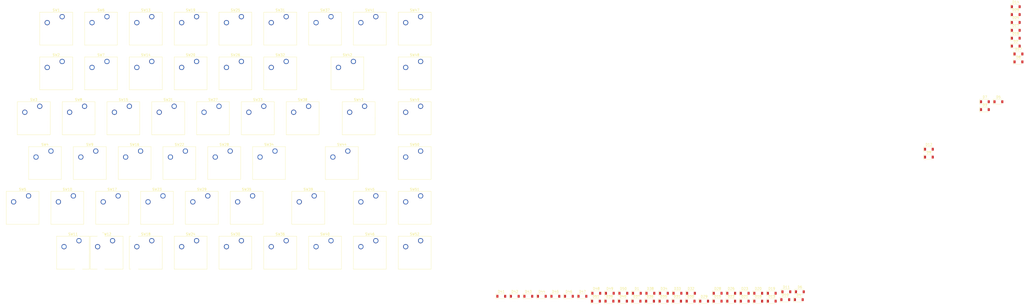
<source format=kicad_pcb>
(kicad_pcb (version 20171130) (host pcbnew 5.1.7-1.fc32)
  (layers (0 F.Cu signal) (31 B.Cu signal) (34 B.Paste user) (35 F.Paste user) (36 B.SilkS user) (37 F.SilkS user) (38 B.Mask user) (39 F.Mask user) (44 Edge.Cuts user))
  (net 0 "")
  (net 1 "Net-(D1-Pad2)")
  (net 2 "Net-(D1-Pad1)")
  (net 3 "Net-(D2-Pad2)")
  (net 4 "Net-(D13-Pad1)")
  (net 5 "Net-(D3-Pad2)")
  (net 6 "Net-(D14-Pad1)")
  (net 7 "Net-(D4-Pad2)")
  (net 8 "Net-(D10-Pad1)")
  (net 9 "Net-(D5-Pad2)")
  (net 10 "Net-(D11-Pad1)")
  (net 11 "Net-(D6-Pad2)")
  (net 12 "Net-(D17-Pad1)")
  (net 13 "Net-(D7-Pad2)")
  (net 14 "Net-(D8-Pad2)")
  (net 15 "Net-(D9-Pad2)")
  (net 16 "Net-(D10-Pad2)")
  (net 17 "Net-(D11-Pad2)")
  (net 18 "Net-(D12-Pad2)")
  (net 19 "Net-(D13-Pad2)")
  (net 20 "Net-(D14-Pad2)")
  (net 21 "Net-(D15-Pad2)")
  (net 22 "Net-(D16-Pad2)")
  (net 23 "Net-(D17-Pad2)")
  (net 24 "Net-(D18-Pad2)")
  (net 25 "Net-(D19-Pad2)")
  (net 26 "Net-(D20-Pad2)")
  (net 27 "Net-(D21-Pad2)")
  (net 28 "Net-(D22-Pad2)")
  (net 29 "Net-(D23-Pad2)")
  (net 30 "Net-(D24-Pad2)")
  (net 31 "Net-(D25-Pad2)")
  (net 32 "Net-(D26-Pad2)")
  (net 33 "Net-(D27-Pad2)")
  (net 34 "Net-(D28-Pad2)")
  (net 35 "Net-(D29-Pad2)")
  (net 36 "Net-(D30-Pad2)")
  (net 37 "Net-(D31-Pad2)")
  (net 38 "Net-(D32-Pad2)")
  (net 39 "Net-(D33-Pad2)")
  (net 40 "Net-(D34-Pad2)")
  (net 41 "Net-(D35-Pad2)")
  (net 42 "Net-(D36-Pad2)")
  (net 43 "Net-(D37-Pad2)")
  (net 44 "Net-(D38-Pad2)")
  (net 45 "Net-(D39-Pad2)")
  (net 46 "Net-(D40-Pad2)")
  (net 47 "Net-(D41-Pad2)")
  (net 48 "Net-(D42-Pad2)")
  (net 49 "Net-(D43-Pad2)")
  (net 50 "Net-(D44-Pad2)")
  (net 51 "Net-(D45-Pad2)")
  (net 52 "Net-(D46-Pad2)")
  (net 53 "Net-(D47-Pad2)")
  (net 54 "Net-(D48-Pad2)")
  (net 55 "Net-(D49-Pad2)")
  (net 56 "Net-(D50-Pad2)")
  (net 57 "Net-(D51-Pad2)")
  (net 58 "Net-(SW1-Pad2)")
  (net 59 "Net-(SW10-Pad2)")
  (net 60 "Net-(SW13-Pad2)")
  (net 61 "Net-(SW19-Pad2)")
  (net 62 "Net-(SW25-Pad2)")
  (net 63 "Net-(SW31-Pad2)")
  (net 64 "Net-(SW37-Pad2)")
  (net 65 "Net-(SW41-Pad2)")
  (net 66 "Net-(SW47-Pad2)")
  (module Button_Switch_Keyboard:SW_Cherry_MX_1.50u_PCB (layer F.Cu) (at 238.2525 61.495)
    (fp_text reference SW43 (at -2.54 -2.794) (layer F.SilkS))
    (fp_text value SW_Push)
    (pad "" np_thru_hole circle (at 2.54 5.08) (size 1.7 1.7) (drill 1.7) (layers *.Cu *.Mask))
    (pad "" np_thru_hole circle (at -7.62 5.08) (size 1.7 1.7) (drill 1.7) (layers *.Cu *.Mask))
    (pad "" np_thru_hole circle (at -2.54 5.08) (size 4 4) (drill 4) (layers *.Cu *.Mask))
    (pad 2 thru_hole circle (at -6.35 2.54) (size 2.2 2.2) (drill 1.5) (layers *.Cu *.Mask) (net 65 "Net-(SW41-Pad2)"))
    (pad 1 thru_hole circle (at 0 0) (size 2.2 2.2) (drill 1.5) (layers *.Cu *.Mask) (net 48 "Net-(D42-Pad2)"))
  )
  (module Button_Switch_Keyboard:SW_Cherry_MX_1.00u_PCB (layer F.Cu) (at 262.065 118.645)
    (fp_text reference SW52 (at -2.54 -2.794) (layer F.SilkS))
    (fp_text value SW_Push)
    (pad "" np_thru_hole circle (at 2.54 5.08) (size 1.7 1.7) (drill 1.7) (layers *.Cu *.Mask))
    (pad "" np_thru_hole circle (at -7.62 5.08) (size 1.7 1.7) (drill 1.7) (layers *.Cu *.Mask))
    (pad "" np_thru_hole circle (at -2.54 5.08) (size 4 4) (drill 4) (layers *.Cu *.Mask))
    (pad 2 thru_hole circle (at -6.35 2.54) (size 2.2 2.2) (drill 1.5) (layers *.Cu *.Mask) (net 66 "Net-(SW47-Pad2)"))
    (pad 1 thru_hole circle (at 0 0) (size 2.2 2.2) (drill 1.5) (layers *.Cu *.Mask) (net 57 "Net-(D51-Pad2)"))
  )
  (module Button_Switch_Keyboard:SW_Cherry_MX_1.00u_PCB (layer F.Cu) (at 262.065 99.595)
    (fp_text reference SW51 (at -2.54 -2.794) (layer F.SilkS))
    (fp_text value SW_Push)
    (pad "" np_thru_hole circle (at 2.54 5.08) (size 1.7 1.7) (drill 1.7) (layers *.Cu *.Mask))
    (pad "" np_thru_hole circle (at -7.62 5.08) (size 1.7 1.7) (drill 1.7) (layers *.Cu *.Mask))
    (pad "" np_thru_hole circle (at -2.54 5.08) (size 4 4) (drill 4) (layers *.Cu *.Mask))
    (pad 2 thru_hole circle (at -6.35 2.54) (size 2.2 2.2) (drill 1.5) (layers *.Cu *.Mask) (net 66 "Net-(SW47-Pad2)"))
    (pad 1 thru_hole circle (at 0 0) (size 2.2 2.2) (drill 1.5) (layers *.Cu *.Mask) (net 56 "Net-(D50-Pad2)"))
  )
  (module Button_Switch_Keyboard:SW_Cherry_MX_1.00u_PCB (layer F.Cu) (at 262.065 80.545)
    (fp_text reference SW50 (at -2.54 -2.794) (layer F.SilkS))
    (fp_text value SW_Push)
    (pad "" np_thru_hole circle (at 2.54 5.08) (size 1.7 1.7) (drill 1.7) (layers *.Cu *.Mask))
    (pad "" np_thru_hole circle (at -7.62 5.08) (size 1.7 1.7) (drill 1.7) (layers *.Cu *.Mask))
    (pad "" np_thru_hole circle (at -2.54 5.08) (size 4 4) (drill 4) (layers *.Cu *.Mask))
    (pad 2 thru_hole circle (at -6.35 2.54) (size 2.2 2.2) (drill 1.5) (layers *.Cu *.Mask) (net 66 "Net-(SW47-Pad2)"))
    (pad 1 thru_hole circle (at 0 0) (size 2.2 2.2) (drill 1.5) (layers *.Cu *.Mask) (net 55 "Net-(D49-Pad2)"))
  )
  (module Button_Switch_Keyboard:SW_Cherry_MX_1.00u_PCB (layer F.Cu) (at 262.065 61.495)
    (fp_text reference SW49 (at -2.54 -2.794) (layer F.SilkS))
    (fp_text value SW_Push)
    (pad "" np_thru_hole circle (at 2.54 5.08) (size 1.7 1.7) (drill 1.7) (layers *.Cu *.Mask))
    (pad "" np_thru_hole circle (at -7.62 5.08) (size 1.7 1.7) (drill 1.7) (layers *.Cu *.Mask))
    (pad "" np_thru_hole circle (at -2.54 5.08) (size 4 4) (drill 4) (layers *.Cu *.Mask))
    (pad 2 thru_hole circle (at -6.35 2.54) (size 2.2 2.2) (drill 1.5) (layers *.Cu *.Mask) (net 66 "Net-(SW47-Pad2)"))
    (pad 1 thru_hole circle (at 0 0) (size 2.2 2.2) (drill 1.5) (layers *.Cu *.Mask) (net 54 "Net-(D48-Pad2)"))
  )
  (module Button_Switch_Keyboard:SW_Cherry_MX_1.00u_PCB (layer F.Cu) (at 262.065 42.445)
    (fp_text reference SW48 (at -2.54 -2.794) (layer F.SilkS))
    (fp_text value SW_Push)
    (pad "" np_thru_hole circle (at 2.54 5.08) (size 1.7 1.7) (drill 1.7) (layers *.Cu *.Mask))
    (pad "" np_thru_hole circle (at -7.62 5.08) (size 1.7 1.7) (drill 1.7) (layers *.Cu *.Mask))
    (pad "" np_thru_hole circle (at -2.54 5.08) (size 4 4) (drill 4) (layers *.Cu *.Mask))
    (pad 2 thru_hole circle (at -6.35 2.54) (size 2.2 2.2) (drill 1.5) (layers *.Cu *.Mask) (net 66 "Net-(SW47-Pad2)"))
    (pad 1 thru_hole circle (at 0 0) (size 2.2 2.2) (drill 1.5) (layers *.Cu *.Mask) (net 53 "Net-(D47-Pad2)"))
  )
  (module Button_Switch_Keyboard:SW_Cherry_MX_1.00u_PCB (layer F.Cu) (at 262.065 23.395)
    (fp_text reference SW47 (at -2.54 -2.794) (layer F.SilkS))
    (fp_text value SW_Push)
    (pad "" np_thru_hole circle (at 2.54 5.08) (size 1.7 1.7) (drill 1.7) (layers *.Cu *.Mask))
    (pad "" np_thru_hole circle (at -7.62 5.08) (size 1.7 1.7) (drill 1.7) (layers *.Cu *.Mask))
    (pad "" np_thru_hole circle (at -2.54 5.08) (size 4 4) (drill 4) (layers *.Cu *.Mask))
    (pad 2 thru_hole circle (at -6.35 2.54) (size 2.2 2.2) (drill 1.5) (layers *.Cu *.Mask) (net 66 "Net-(SW47-Pad2)"))
    (pad 1 thru_hole circle (at 0 0) (size 2.2 2.2) (drill 1.5) (layers *.Cu *.Mask) (net 52 "Net-(D46-Pad2)"))
  )
  (module Button_Switch_Keyboard:SW_Cherry_MX_1.00u_PCB (layer F.Cu) (at 243.015 118.645)
    (fp_text reference SW46 (at -2.54 -2.794) (layer F.SilkS))
    (fp_text value SW_Push)
    (pad "" np_thru_hole circle (at 2.54 5.08) (size 1.7 1.7) (drill 1.7) (layers *.Cu *.Mask))
    (pad "" np_thru_hole circle (at -7.62 5.08) (size 1.7 1.7) (drill 1.7) (layers *.Cu *.Mask))
    (pad "" np_thru_hole circle (at -2.54 5.08) (size 4 4) (drill 4) (layers *.Cu *.Mask))
    (pad 2 thru_hole circle (at -6.35 2.54) (size 2.2 2.2) (drill 1.5) (layers *.Cu *.Mask) (net 65 "Net-(SW41-Pad2)"))
    (pad 1 thru_hole circle (at 0 0) (size 2.2 2.2) (drill 1.5) (layers *.Cu *.Mask) (net 51 "Net-(D45-Pad2)"))
  )
  (module Button_Switch_Keyboard:SW_Cherry_MX_1.00u_PCB (layer F.Cu) (at 243.015 99.595)
    (fp_text reference SW45 (at -2.54 -2.794) (layer F.SilkS))
    (fp_text value SW_Push)
    (pad "" np_thru_hole circle (at 2.54 5.08) (size 1.7 1.7) (drill 1.7) (layers *.Cu *.Mask))
    (pad "" np_thru_hole circle (at -7.62 5.08) (size 1.7 1.7) (drill 1.7) (layers *.Cu *.Mask))
    (pad "" np_thru_hole circle (at -2.54 5.08) (size 4 4) (drill 4) (layers *.Cu *.Mask))
    (pad 2 thru_hole circle (at -6.35 2.54) (size 2.2 2.2) (drill 1.5) (layers *.Cu *.Mask) (net 65 "Net-(SW41-Pad2)"))
    (pad 1 thru_hole circle (at 0 0) (size 2.2 2.2) (drill 1.5) (layers *.Cu *.Mask) (net 50 "Net-(D44-Pad2)"))
  )
  (module Button_Switch_Keyboard:SW_Cherry_MX_2.25u_PCB (layer F.Cu) (at 231.10875 80.545)
    (fp_text reference SW44 (at -2.54 -2.794) (layer F.SilkS))
    (fp_text value SW_Push)
    (pad "" np_thru_hole circle (at 9.36 -1.92) (size 3.05 3.05) (drill 3.05) (layers *.Cu *.Mask))
    (pad "" np_thru_hole circle (at -14.44 -1.92) (size 3.05 3.05) (drill 3.05) (layers *.Cu *.Mask))
    (pad "" np_thru_hole circle (at -14.44 13.32) (size 4 4) (drill 4) (layers *.Cu *.Mask))
    (pad "" np_thru_hole circle (at 9.36 13.32) (size 4 4) (drill 4) (layers *.Cu *.Mask))
    (pad "" np_thru_hole circle (at 2.54 5.08) (size 1.7 1.7) (drill 1.7) (layers *.Cu *.Mask))
    (pad "" np_thru_hole circle (at -7.62 5.08) (size 1.7 1.7) (drill 1.7) (layers *.Cu *.Mask))
    (pad "" np_thru_hole circle (at -2.54 5.08) (size 4 4) (drill 4) (layers *.Cu *.Mask))
    (pad 2 thru_hole circle (at -6.35 2.54) (size 2.2 2.2) (drill 1.5) (layers *.Cu *.Mask) (net 65 "Net-(SW41-Pad2)"))
    (pad 1 thru_hole circle (at 0 0) (size 2.2 2.2) (drill 1.5) (layers *.Cu *.Mask) (net 49 "Net-(D43-Pad2)"))
  )
  (module Button_Switch_Keyboard:SW_Cherry_MX_2.00u_PCB (layer F.Cu) (at 233.49 42.445)
    (fp_text reference SW42 (at -2.54 -2.794) (layer F.SilkS))
    (fp_text value SW_Push)
    (pad "" np_thru_hole circle (at 9.36 -1.92) (size 3.05 3.05) (drill 3.05) (layers *.Cu *.Mask))
    (pad "" np_thru_hole circle (at -14.44 -1.92) (size 3.05 3.05) (drill 3.05) (layers *.Cu *.Mask))
    (pad "" np_thru_hole circle (at -14.44 13.32) (size 4 4) (drill 4) (layers *.Cu *.Mask))
    (pad "" np_thru_hole circle (at 9.36 13.32) (size 4 4) (drill 4) (layers *.Cu *.Mask))
    (pad "" np_thru_hole circle (at 2.54 5.08) (size 1.7 1.7) (drill 1.7) (layers *.Cu *.Mask))
    (pad "" np_thru_hole circle (at -7.62 5.08) (size 1.7 1.7) (drill 1.7) (layers *.Cu *.Mask))
    (pad "" np_thru_hole circle (at -2.54 5.08) (size 4 4) (drill 4) (layers *.Cu *.Mask))
    (pad 2 thru_hole circle (at -6.35 2.54) (size 2.2 2.2) (drill 1.5) (layers *.Cu *.Mask) (net 65 "Net-(SW41-Pad2)"))
    (pad 1 thru_hole circle (at 0 0) (size 2.2 2.2) (drill 1.5) (layers *.Cu *.Mask) (net 47 "Net-(D41-Pad2)"))
  )
  (module Button_Switch_Keyboard:SW_Cherry_MX_1.00u_PCB (layer F.Cu) (at 243.015 23.395)
    (fp_text reference SW41 (at -2.54 -2.794) (layer F.SilkS))
    (fp_text value SW_Push)
    (pad "" np_thru_hole circle (at 2.54 5.08) (size 1.7 1.7) (drill 1.7) (layers *.Cu *.Mask))
    (pad "" np_thru_hole circle (at -7.62 5.08) (size 1.7 1.7) (drill 1.7) (layers *.Cu *.Mask))
    (pad "" np_thru_hole circle (at -2.54 5.08) (size 4 4) (drill 4) (layers *.Cu *.Mask))
    (pad 2 thru_hole circle (at -6.35 2.54) (size 2.2 2.2) (drill 1.5) (layers *.Cu *.Mask) (net 65 "Net-(SW41-Pad2)"))
    (pad 1 thru_hole circle (at 0 0) (size 2.2 2.2) (drill 1.5) (layers *.Cu *.Mask) (net 46 "Net-(D40-Pad2)"))
  )
  (module Button_Switch_Keyboard:SW_Cherry_MX_1.00u_PCB (layer F.Cu) (at 223.965 118.645)
    (fp_text reference SW40 (at -2.54 -2.794) (layer F.SilkS))
    (fp_text value SW_Push)
    (pad "" np_thru_hole circle (at 2.54 5.08) (size 1.7 1.7) (drill 1.7) (layers *.Cu *.Mask))
    (pad "" np_thru_hole circle (at -7.62 5.08) (size 1.7 1.7) (drill 1.7) (layers *.Cu *.Mask))
    (pad "" np_thru_hole circle (at -2.54 5.08) (size 4 4) (drill 4) (layers *.Cu *.Mask))
    (pad 2 thru_hole circle (at -6.35 2.54) (size 2.2 2.2) (drill 1.5) (layers *.Cu *.Mask) (net 64 "Net-(SW37-Pad2)"))
    (pad 1 thru_hole circle (at 0 0) (size 2.2 2.2) (drill 1.5) (layers *.Cu *.Mask) (net 45 "Net-(D39-Pad2)"))
  )
  (module Button_Switch_Keyboard:SW_Cherry_MX_1.75u_PCB (layer F.Cu) (at 216.82125 99.595)
    (fp_text reference SW39 (at -2.54 -2.794) (layer F.SilkS))
    (fp_text value SW_Push)
    (pad "" np_thru_hole circle (at 2.54 5.08) (size 1.7 1.7) (drill 1.7) (layers *.Cu *.Mask))
    (pad "" np_thru_hole circle (at -7.62 5.08) (size 1.7 1.7) (drill 1.7) (layers *.Cu *.Mask))
    (pad "" np_thru_hole circle (at -2.54 5.08) (size 4 4) (drill 4) (layers *.Cu *.Mask))
    (pad 2 thru_hole circle (at -6.35 2.54) (size 2.2 2.2) (drill 1.5) (layers *.Cu *.Mask) (net 64 "Net-(SW37-Pad2)"))
    (pad 1 thru_hole circle (at 0 0) (size 2.2 2.2) (drill 1.5) (layers *.Cu *.Mask) (net 44 "Net-(D38-Pad2)"))
  )
  (module Button_Switch_Keyboard:SW_Cherry_MX_1.00u_PCB (layer F.Cu) (at 214.44 61.495)
    (fp_text reference SW38 (at -2.54 -2.794) (layer F.SilkS))
    (fp_text value SW_Push)
    (pad "" np_thru_hole circle (at 2.54 5.08) (size 1.7 1.7) (drill 1.7) (layers *.Cu *.Mask))
    (pad "" np_thru_hole circle (at -7.62 5.08) (size 1.7 1.7) (drill 1.7) (layers *.Cu *.Mask))
    (pad "" np_thru_hole circle (at -2.54 5.08) (size 4 4) (drill 4) (layers *.Cu *.Mask))
    (pad 2 thru_hole circle (at -6.35 2.54) (size 2.2 2.2) (drill 1.5) (layers *.Cu *.Mask) (net 64 "Net-(SW37-Pad2)"))
    (pad 1 thru_hole circle (at 0 0) (size 2.2 2.2) (drill 1.5) (layers *.Cu *.Mask) (net 43 "Net-(D37-Pad2)"))
  )
  (module Button_Switch_Keyboard:SW_Cherry_MX_1.00u_PCB (layer F.Cu) (at 223.965 23.395)
    (fp_text reference SW37 (at -2.54 -2.794) (layer F.SilkS))
    (fp_text value SW_Push)
    (pad "" np_thru_hole circle (at 2.54 5.08) (size 1.7 1.7) (drill 1.7) (layers *.Cu *.Mask))
    (pad "" np_thru_hole circle (at -7.62 5.08) (size 1.7 1.7) (drill 1.7) (layers *.Cu *.Mask))
    (pad "" np_thru_hole circle (at -2.54 5.08) (size 4 4) (drill 4) (layers *.Cu *.Mask))
    (pad 2 thru_hole circle (at -6.35 2.54) (size 2.2 2.2) (drill 1.5) (layers *.Cu *.Mask) (net 64 "Net-(SW37-Pad2)"))
    (pad 1 thru_hole circle (at 0 0) (size 2.2 2.2) (drill 1.5) (layers *.Cu *.Mask) (net 42 "Net-(D36-Pad2)"))
  )
  (module Button_Switch_Keyboard:SW_Cherry_MX_1.00u_PCB (layer F.Cu) (at 204.915 118.645)
    (fp_text reference SW36 (at -2.54 -2.794) (layer F.SilkS))
    (fp_text value SW_Push)
    (pad "" np_thru_hole circle (at 2.54 5.08) (size 1.7 1.7) (drill 1.7) (layers *.Cu *.Mask))
    (pad "" np_thru_hole circle (at -7.62 5.08) (size 1.7 1.7) (drill 1.7) (layers *.Cu *.Mask))
    (pad "" np_thru_hole circle (at -2.54 5.08) (size 4 4) (drill 4) (layers *.Cu *.Mask))
    (pad 2 thru_hole circle (at -6.35 2.54) (size 2.2 2.2) (drill 1.5) (layers *.Cu *.Mask) (net 63 "Net-(SW31-Pad2)"))
    (pad 1 thru_hole circle (at 0 0) (size 2.2 2.2) (drill 1.5) (layers *.Cu *.Mask) (net 41 "Net-(D35-Pad2)"))
  )
  (module Button_Switch_Keyboard:SW_Cherry_MX_1.00u_PCB (layer F.Cu) (at 190.6275 99.595)
    (fp_text reference SW35 (at -2.54 -2.794) (layer F.SilkS))
    (fp_text value SW_Push)
    (pad "" np_thru_hole circle (at 2.54 5.08) (size 1.7 1.7) (drill 1.7) (layers *.Cu *.Mask))
    (pad "" np_thru_hole circle (at -7.62 5.08) (size 1.7 1.7) (drill 1.7) (layers *.Cu *.Mask))
    (pad "" np_thru_hole circle (at -2.54 5.08) (size 4 4) (drill 4) (layers *.Cu *.Mask))
    (pad 2 thru_hole circle (at -6.35 2.54) (size 2.2 2.2) (drill 1.5) (layers *.Cu *.Mask) (net 63 "Net-(SW31-Pad2)"))
    (pad 1 thru_hole circle (at 0 0) (size 2.2 2.2) (drill 1.5) (layers *.Cu *.Mask) (net 40 "Net-(D34-Pad2)"))
  )
  (module Button_Switch_Keyboard:SW_Cherry_MX_1.00u_PCB (layer F.Cu) (at 200.1525 80.545)
    (fp_text reference SW34 (at -2.54 -2.794) (layer F.SilkS))
    (fp_text value SW_Push)
    (pad "" np_thru_hole circle (at 2.54 5.08) (size 1.7 1.7) (drill 1.7) (layers *.Cu *.Mask))
    (pad "" np_thru_hole circle (at -7.62 5.08) (size 1.7 1.7) (drill 1.7) (layers *.Cu *.Mask))
    (pad "" np_thru_hole circle (at -2.54 5.08) (size 4 4) (drill 4) (layers *.Cu *.Mask))
    (pad 2 thru_hole circle (at -6.35 2.54) (size 2.2 2.2) (drill 1.5) (layers *.Cu *.Mask) (net 63 "Net-(SW31-Pad2)"))
    (pad 1 thru_hole circle (at 0 0) (size 2.2 2.2) (drill 1.5) (layers *.Cu *.Mask) (net 39 "Net-(D33-Pad2)"))
  )
  (module Button_Switch_Keyboard:SW_Cherry_MX_1.00u_PCB (layer F.Cu) (at 195.39 61.495)
    (fp_text reference SW33 (at -2.54 -2.794) (layer F.SilkS))
    (fp_text value SW_Push)
    (pad "" np_thru_hole circle (at 2.54 5.08) (size 1.7 1.7) (drill 1.7) (layers *.Cu *.Mask))
    (pad "" np_thru_hole circle (at -7.62 5.08) (size 1.7 1.7) (drill 1.7) (layers *.Cu *.Mask))
    (pad "" np_thru_hole circle (at -2.54 5.08) (size 4 4) (drill 4) (layers *.Cu *.Mask))
    (pad 2 thru_hole circle (at -6.35 2.54) (size 2.2 2.2) (drill 1.5) (layers *.Cu *.Mask) (net 63 "Net-(SW31-Pad2)"))
    (pad 1 thru_hole circle (at 0 0) (size 2.2 2.2) (drill 1.5) (layers *.Cu *.Mask) (net 38 "Net-(D32-Pad2)"))
  )
  (module Button_Switch_Keyboard:SW_Cherry_MX_1.00u_PCB (layer F.Cu) (at 204.915 42.445)
    (fp_text reference SW32 (at -2.54 -2.794) (layer F.SilkS))
    (fp_text value SW_Push)
    (pad "" np_thru_hole circle (at 2.54 5.08) (size 1.7 1.7) (drill 1.7) (layers *.Cu *.Mask))
    (pad "" np_thru_hole circle (at -7.62 5.08) (size 1.7 1.7) (drill 1.7) (layers *.Cu *.Mask))
    (pad "" np_thru_hole circle (at -2.54 5.08) (size 4 4) (drill 4) (layers *.Cu *.Mask))
    (pad 2 thru_hole circle (at -6.35 2.54) (size 2.2 2.2) (drill 1.5) (layers *.Cu *.Mask) (net 63 "Net-(SW31-Pad2)"))
    (pad 1 thru_hole circle (at 0 0) (size 2.2 2.2) (drill 1.5) (layers *.Cu *.Mask) (net 37 "Net-(D31-Pad2)"))
  )
  (module Button_Switch_Keyboard:SW_Cherry_MX_1.00u_PCB (layer F.Cu) (at 204.915 23.395)
    (fp_text reference SW31 (at -2.54 -2.794) (layer F.SilkS))
    (fp_text value SW_Push)
    (pad "" np_thru_hole circle (at 2.54 5.08) (size 1.7 1.7) (drill 1.7) (layers *.Cu *.Mask))
    (pad "" np_thru_hole circle (at -7.62 5.08) (size 1.7 1.7) (drill 1.7) (layers *.Cu *.Mask))
    (pad "" np_thru_hole circle (at -2.54 5.08) (size 4 4) (drill 4) (layers *.Cu *.Mask))
    (pad 2 thru_hole circle (at -6.35 2.54) (size 2.2 2.2) (drill 1.5) (layers *.Cu *.Mask) (net 63 "Net-(SW31-Pad2)"))
    (pad 1 thru_hole circle (at 0 0) (size 2.2 2.2) (drill 1.5) (layers *.Cu *.Mask) (net 36 "Net-(D30-Pad2)"))
  )
  (module Button_Switch_Keyboard:SW_Cherry_MX_1.00u_PCB (layer F.Cu) (at 185.865 118.645)
    (fp_text reference SW30 (at -2.54 -2.794) (layer F.SilkS))
    (fp_text value SW_Push)
    (pad "" np_thru_hole circle (at 2.54 5.08) (size 1.7 1.7) (drill 1.7) (layers *.Cu *.Mask))
    (pad "" np_thru_hole circle (at -7.62 5.08) (size 1.7 1.7) (drill 1.7) (layers *.Cu *.Mask))
    (pad "" np_thru_hole circle (at -2.54 5.08) (size 4 4) (drill 4) (layers *.Cu *.Mask))
    (pad 2 thru_hole circle (at -6.35 2.54) (size 2.2 2.2) (drill 1.5) (layers *.Cu *.Mask) (net 62 "Net-(SW25-Pad2)"))
    (pad 1 thru_hole circle (at 0 0) (size 2.2 2.2) (drill 1.5) (layers *.Cu *.Mask) (net 35 "Net-(D29-Pad2)"))
  )
  (module Button_Switch_Keyboard:SW_Cherry_MX_1.00u_PCB (layer F.Cu) (at 171.5775 99.595)
    (fp_text reference SW29 (at -2.54 -2.794) (layer F.SilkS))
    (fp_text value SW_Push)
    (pad "" np_thru_hole circle (at 2.54 5.08) (size 1.7 1.7) (drill 1.7) (layers *.Cu *.Mask))
    (pad "" np_thru_hole circle (at -7.62 5.08) (size 1.7 1.7) (drill 1.7) (layers *.Cu *.Mask))
    (pad "" np_thru_hole circle (at -2.54 5.08) (size 4 4) (drill 4) (layers *.Cu *.Mask))
    (pad 2 thru_hole circle (at -6.35 2.54) (size 2.2 2.2) (drill 1.5) (layers *.Cu *.Mask) (net 62 "Net-(SW25-Pad2)"))
    (pad 1 thru_hole circle (at 0 0) (size 2.2 2.2) (drill 1.5) (layers *.Cu *.Mask) (net 34 "Net-(D28-Pad2)"))
  )
  (module Button_Switch_Keyboard:SW_Cherry_MX_1.00u_PCB (layer F.Cu) (at 181.1025 80.545)
    (fp_text reference SW28 (at -2.54 -2.794) (layer F.SilkS))
    (fp_text value SW_Push)
    (pad "" np_thru_hole circle (at 2.54 5.08) (size 1.7 1.7) (drill 1.7) (layers *.Cu *.Mask))
    (pad "" np_thru_hole circle (at -7.62 5.08) (size 1.7 1.7) (drill 1.7) (layers *.Cu *.Mask))
    (pad "" np_thru_hole circle (at -2.54 5.08) (size 4 4) (drill 4) (layers *.Cu *.Mask))
    (pad 2 thru_hole circle (at -6.35 2.54) (size 2.2 2.2) (drill 1.5) (layers *.Cu *.Mask) (net 62 "Net-(SW25-Pad2)"))
    (pad 1 thru_hole circle (at 0 0) (size 2.2 2.2) (drill 1.5) (layers *.Cu *.Mask) (net 33 "Net-(D27-Pad2)"))
  )
  (module Button_Switch_Keyboard:SW_Cherry_MX_1.00u_PCB (layer F.Cu) (at 176.34 61.495)
    (fp_text reference SW27 (at -2.54 -2.794) (layer F.SilkS))
    (fp_text value SW_Push)
    (pad "" np_thru_hole circle (at 2.54 5.08) (size 1.7 1.7) (drill 1.7) (layers *.Cu *.Mask))
    (pad "" np_thru_hole circle (at -7.62 5.08) (size 1.7 1.7) (drill 1.7) (layers *.Cu *.Mask))
    (pad "" np_thru_hole circle (at -2.54 5.08) (size 4 4) (drill 4) (layers *.Cu *.Mask))
    (pad 2 thru_hole circle (at -6.35 2.54) (size 2.2 2.2) (drill 1.5) (layers *.Cu *.Mask) (net 62 "Net-(SW25-Pad2)"))
    (pad 1 thru_hole circle (at 0 0) (size 2.2 2.2) (drill 1.5) (layers *.Cu *.Mask) (net 32 "Net-(D26-Pad2)"))
  )
  (module Button_Switch_Keyboard:SW_Cherry_MX_1.00u_PCB (layer F.Cu) (at 185.865 42.445)
    (fp_text reference SW26 (at -2.54 -2.794) (layer F.SilkS))
    (fp_text value SW_Push)
    (pad "" np_thru_hole circle (at 2.54 5.08) (size 1.7 1.7) (drill 1.7) (layers *.Cu *.Mask))
    (pad "" np_thru_hole circle (at -7.62 5.08) (size 1.7 1.7) (drill 1.7) (layers *.Cu *.Mask))
    (pad "" np_thru_hole circle (at -2.54 5.08) (size 4 4) (drill 4) (layers *.Cu *.Mask))
    (pad 2 thru_hole circle (at -6.35 2.54) (size 2.2 2.2) (drill 1.5) (layers *.Cu *.Mask) (net 62 "Net-(SW25-Pad2)"))
    (pad 1 thru_hole circle (at 0 0) (size 2.2 2.2) (drill 1.5) (layers *.Cu *.Mask) (net 31 "Net-(D25-Pad2)"))
  )
  (module Button_Switch_Keyboard:SW_Cherry_MX_1.00u_PCB (layer F.Cu) (at 185.865 23.395)
    (fp_text reference SW25 (at -2.54 -2.794) (layer F.SilkS))
    (fp_text value SW_Push)
    (pad "" np_thru_hole circle (at 2.54 5.08) (size 1.7 1.7) (drill 1.7) (layers *.Cu *.Mask))
    (pad "" np_thru_hole circle (at -7.62 5.08) (size 1.7 1.7) (drill 1.7) (layers *.Cu *.Mask))
    (pad "" np_thru_hole circle (at -2.54 5.08) (size 4 4) (drill 4) (layers *.Cu *.Mask))
    (pad 2 thru_hole circle (at -6.35 2.54) (size 2.2 2.2) (drill 1.5) (layers *.Cu *.Mask) (net 62 "Net-(SW25-Pad2)"))
    (pad 1 thru_hole circle (at 0 0) (size 2.2 2.2) (drill 1.5) (layers *.Cu *.Mask) (net 30 "Net-(D24-Pad2)"))
  )
  (module Button_Switch_Keyboard:SW_Cherry_MX_1.00u_PCB (layer F.Cu) (at 166.815 118.645)
    (fp_text reference SW24 (at -2.54 -2.794) (layer F.SilkS))
    (fp_text value SW_Push)
    (pad "" np_thru_hole circle (at 2.54 5.08) (size 1.7 1.7) (drill 1.7) (layers *.Cu *.Mask))
    (pad "" np_thru_hole circle (at -7.62 5.08) (size 1.7 1.7) (drill 1.7) (layers *.Cu *.Mask))
    (pad "" np_thru_hole circle (at -2.54 5.08) (size 4 4) (drill 4) (layers *.Cu *.Mask))
    (pad 2 thru_hole circle (at -6.35 2.54) (size 2.2 2.2) (drill 1.5) (layers *.Cu *.Mask) (net 61 "Net-(SW19-Pad2)"))
    (pad 1 thru_hole circle (at 0 0) (size 2.2 2.2) (drill 1.5) (layers *.Cu *.Mask) (net 29 "Net-(D23-Pad2)"))
  )
  (module Button_Switch_Keyboard:SW_Cherry_MX_1.00u_PCB (layer F.Cu) (at 152.5275 99.595)
    (fp_text reference SW23 (at -2.54 -2.794) (layer F.SilkS))
    (fp_text value SW_Push)
    (pad "" np_thru_hole circle (at 2.54 5.08) (size 1.7 1.7) (drill 1.7) (layers *.Cu *.Mask))
    (pad "" np_thru_hole circle (at -7.62 5.08) (size 1.7 1.7) (drill 1.7) (layers *.Cu *.Mask))
    (pad "" np_thru_hole circle (at -2.54 5.08) (size 4 4) (drill 4) (layers *.Cu *.Mask))
    (pad 2 thru_hole circle (at -6.35 2.54) (size 2.2 2.2) (drill 1.5) (layers *.Cu *.Mask) (net 61 "Net-(SW19-Pad2)"))
    (pad 1 thru_hole circle (at 0 0) (size 2.2 2.2) (drill 1.5) (layers *.Cu *.Mask) (net 28 "Net-(D22-Pad2)"))
  )
  (module Button_Switch_Keyboard:SW_Cherry_MX_1.00u_PCB (layer F.Cu) (at 162.0525 80.545)
    (fp_text reference SW22 (at -2.54 -2.794) (layer F.SilkS))
    (fp_text value SW_Push)
    (pad "" np_thru_hole circle (at 2.54 5.08) (size 1.7 1.7) (drill 1.7) (layers *.Cu *.Mask))
    (pad "" np_thru_hole circle (at -7.62 5.08) (size 1.7 1.7) (drill 1.7) (layers *.Cu *.Mask))
    (pad "" np_thru_hole circle (at -2.54 5.08) (size 4 4) (drill 4) (layers *.Cu *.Mask))
    (pad 2 thru_hole circle (at -6.35 2.54) (size 2.2 2.2) (drill 1.5) (layers *.Cu *.Mask) (net 61 "Net-(SW19-Pad2)"))
    (pad 1 thru_hole circle (at 0 0) (size 2.2 2.2) (drill 1.5) (layers *.Cu *.Mask) (net 27 "Net-(D21-Pad2)"))
  )
  (module Button_Switch_Keyboard:SW_Cherry_MX_1.00u_PCB (layer F.Cu) (at 157.29 61.495)
    (fp_text reference SW21 (at -2.54 -2.794) (layer F.SilkS))
    (fp_text value SW_Push)
    (pad "" np_thru_hole circle (at 2.54 5.08) (size 1.7 1.7) (drill 1.7) (layers *.Cu *.Mask))
    (pad "" np_thru_hole circle (at -7.62 5.08) (size 1.7 1.7) (drill 1.7) (layers *.Cu *.Mask))
    (pad "" np_thru_hole circle (at -2.54 5.08) (size 4 4) (drill 4) (layers *.Cu *.Mask))
    (pad 2 thru_hole circle (at -6.35 2.54) (size 2.2 2.2) (drill 1.5) (layers *.Cu *.Mask) (net 61 "Net-(SW19-Pad2)"))
    (pad 1 thru_hole circle (at 0 0) (size 2.2 2.2) (drill 1.5) (layers *.Cu *.Mask) (net 26 "Net-(D20-Pad2)"))
  )
  (module Button_Switch_Keyboard:SW_Cherry_MX_1.00u_PCB (layer F.Cu) (at 166.815 42.445)
    (fp_text reference SW20 (at -2.54 -2.794) (layer F.SilkS))
    (fp_text value SW_Push)
    (pad "" np_thru_hole circle (at 2.54 5.08) (size 1.7 1.7) (drill 1.7) (layers *.Cu *.Mask))
    (pad "" np_thru_hole circle (at -7.62 5.08) (size 1.7 1.7) (drill 1.7) (layers *.Cu *.Mask))
    (pad "" np_thru_hole circle (at -2.54 5.08) (size 4 4) (drill 4) (layers *.Cu *.Mask))
    (pad 2 thru_hole circle (at -6.35 2.54) (size 2.2 2.2) (drill 1.5) (layers *.Cu *.Mask) (net 61 "Net-(SW19-Pad2)"))
    (pad 1 thru_hole circle (at 0 0) (size 2.2 2.2) (drill 1.5) (layers *.Cu *.Mask) (net 25 "Net-(D19-Pad2)"))
  )
  (module Button_Switch_Keyboard:SW_Cherry_MX_1.00u_PCB (layer F.Cu) (at 166.815 23.395)
    (fp_text reference SW19 (at -2.54 -2.794) (layer F.SilkS))
    (fp_text value SW_Push)
    (pad "" np_thru_hole circle (at 2.54 5.08) (size 1.7 1.7) (drill 1.7) (layers *.Cu *.Mask))
    (pad "" np_thru_hole circle (at -7.62 5.08) (size 1.7 1.7) (drill 1.7) (layers *.Cu *.Mask))
    (pad "" np_thru_hole circle (at -2.54 5.08) (size 4 4) (drill 4) (layers *.Cu *.Mask))
    (pad 2 thru_hole circle (at -6.35 2.54) (size 2.2 2.2) (drill 1.5) (layers *.Cu *.Mask) (net 61 "Net-(SW19-Pad2)"))
    (pad 1 thru_hole circle (at 0 0) (size 2.2 2.2) (drill 1.5) (layers *.Cu *.Mask) (net 24 "Net-(D18-Pad2)"))
  )
  (module Button_Switch_Keyboard:SW_Cherry_MX_1.00u_PCB (layer F.Cu) (at 147.765 118.645)
    (fp_text reference SW18 (at -2.54 -2.794) (layer F.SilkS))
    (fp_text value SW_Push)
    (pad "" np_thru_hole circle (at 2.54 5.08) (size 1.7 1.7) (drill 1.7) (layers *.Cu *.Mask))
    (pad "" np_thru_hole circle (at -7.62 5.08) (size 1.7 1.7) (drill 1.7) (layers *.Cu *.Mask))
    (pad "" np_thru_hole circle (at -2.54 5.08) (size 4 4) (drill 4) (layers *.Cu *.Mask))
    (pad 2 thru_hole circle (at -6.35 2.54) (size 2.2 2.2) (drill 1.5) (layers *.Cu *.Mask) (net 60 "Net-(SW13-Pad2)"))
    (pad 1 thru_hole circle (at 0 0) (size 2.2 2.2) (drill 1.5) (layers *.Cu *.Mask) (net 23 "Net-(D17-Pad2)"))
  )
  (module Button_Switch_Keyboard:SW_Cherry_MX_1.00u_PCB (layer F.Cu) (at 133.4775 99.595)
    (fp_text reference SW17 (at -2.54 -2.794) (layer F.SilkS))
    (fp_text value SW_Push)
    (pad "" np_thru_hole circle (at 2.54 5.08) (size 1.7 1.7) (drill 1.7) (layers *.Cu *.Mask))
    (pad "" np_thru_hole circle (at -7.62 5.08) (size 1.7 1.7) (drill 1.7) (layers *.Cu *.Mask))
    (pad "" np_thru_hole circle (at -2.54 5.08) (size 4 4) (drill 4) (layers *.Cu *.Mask))
    (pad 2 thru_hole circle (at -6.35 2.54) (size 2.2 2.2) (drill 1.5) (layers *.Cu *.Mask) (net 60 "Net-(SW13-Pad2)"))
    (pad 1 thru_hole circle (at 0 0) (size 2.2 2.2) (drill 1.5) (layers *.Cu *.Mask) (net 22 "Net-(D16-Pad2)"))
  )
  (module Button_Switch_Keyboard:SW_Cherry_MX_1.00u_PCB (layer F.Cu) (at 143.0025 80.545)
    (fp_text reference SW16 (at -2.54 -2.794) (layer F.SilkS))
    (fp_text value SW_Push)
    (pad "" np_thru_hole circle (at 2.54 5.08) (size 1.7 1.7) (drill 1.7) (layers *.Cu *.Mask))
    (pad "" np_thru_hole circle (at -7.62 5.08) (size 1.7 1.7) (drill 1.7) (layers *.Cu *.Mask))
    (pad "" np_thru_hole circle (at -2.54 5.08) (size 4 4) (drill 4) (layers *.Cu *.Mask))
    (pad 2 thru_hole circle (at -6.35 2.54) (size 2.2 2.2) (drill 1.5) (layers *.Cu *.Mask) (net 60 "Net-(SW13-Pad2)"))
    (pad 1 thru_hole circle (at 0 0) (size 2.2 2.2) (drill 1.5) (layers *.Cu *.Mask) (net 21 "Net-(D15-Pad2)"))
  )
  (module Button_Switch_Keyboard:SW_Cherry_MX_1.00u_PCB (layer F.Cu) (at 138.24 61.495)
    (fp_text reference SW15 (at -2.54 -2.794) (layer F.SilkS))
    (fp_text value SW_Push)
    (pad "" np_thru_hole circle (at 2.54 5.08) (size 1.7 1.7) (drill 1.7) (layers *.Cu *.Mask))
    (pad "" np_thru_hole circle (at -7.62 5.08) (size 1.7 1.7) (drill 1.7) (layers *.Cu *.Mask))
    (pad "" np_thru_hole circle (at -2.54 5.08) (size 4 4) (drill 4) (layers *.Cu *.Mask))
    (pad 2 thru_hole circle (at -6.35 2.54) (size 2.2 2.2) (drill 1.5) (layers *.Cu *.Mask) (net 60 "Net-(SW13-Pad2)"))
    (pad 1 thru_hole circle (at 0 0) (size 2.2 2.2) (drill 1.5) (layers *.Cu *.Mask) (net 20 "Net-(D14-Pad2)"))
  )
  (module Button_Switch_Keyboard:SW_Cherry_MX_1.00u_PCB (layer F.Cu) (at 147.765 42.445)
    (fp_text reference SW14 (at -2.54 -2.794) (layer F.SilkS))
    (fp_text value SW_Push)
    (pad "" np_thru_hole circle (at 2.54 5.08) (size 1.7 1.7) (drill 1.7) (layers *.Cu *.Mask))
    (pad "" np_thru_hole circle (at -7.62 5.08) (size 1.7 1.7) (drill 1.7) (layers *.Cu *.Mask))
    (pad "" np_thru_hole circle (at -2.54 5.08) (size 4 4) (drill 4) (layers *.Cu *.Mask))
    (pad 2 thru_hole circle (at -6.35 2.54) (size 2.2 2.2) (drill 1.5) (layers *.Cu *.Mask) (net 60 "Net-(SW13-Pad2)"))
    (pad 1 thru_hole circle (at 0 0) (size 2.2 2.2) (drill 1.5) (layers *.Cu *.Mask) (net 19 "Net-(D13-Pad2)"))
  )
  (module Button_Switch_Keyboard:SW_Cherry_MX_1.00u_PCB (layer F.Cu) (at 147.765 23.395)
    (fp_text reference SW13 (at -2.54 -2.794) (layer F.SilkS))
    (fp_text value SW_Push)
    (pad "" np_thru_hole circle (at 2.54 5.08) (size 1.7 1.7) (drill 1.7) (layers *.Cu *.Mask))
    (pad "" np_thru_hole circle (at -7.62 5.08) (size 1.7 1.7) (drill 1.7) (layers *.Cu *.Mask))
    (pad "" np_thru_hole circle (at -2.54 5.08) (size 4 4) (drill 4) (layers *.Cu *.Mask))
    (pad 2 thru_hole circle (at -6.35 2.54) (size 2.2 2.2) (drill 1.5) (layers *.Cu *.Mask) (net 60 "Net-(SW13-Pad2)"))
    (pad 1 thru_hole circle (at 0 0) (size 2.2 2.2) (drill 1.5) (layers *.Cu *.Mask) (net 18 "Net-(D12-Pad2)"))
  )
  (module Button_Switch_Keyboard:SW_Cherry_MX_2.75u_PCB (layer F.Cu) (at 131.09625 118.645)
    (fp_text reference SW12 (at -2.54 -2.794) (layer F.SilkS))
    (fp_text value SW_Push)
    (pad "" np_thru_hole circle (at 9.36 -1.92) (size 3.05 3.05) (drill 3.05) (layers *.Cu *.Mask))
    (pad "" np_thru_hole circle (at -14.44 -1.92) (size 0.5 0.5) (drill 0.5) (layers *.Cu *.Mask))
    (pad "" np_thru_hole circle (at -14.44 13.32) (size 4 4) (drill 4) (layers *.Cu *.Mask))
    (pad "" np_thru_hole circle (at 9.36 13.32) (size 4 4) (drill 4) (layers *.Cu *.Mask))
    (pad "" np_thru_hole circle (at 2.54 5.08) (size 1.7 1.7) (drill 1.7) (layers *.Cu *.Mask))
    (pad "" np_thru_hole circle (at -7.62 5.08) (size 1.7 1.7) (drill 1.7) (layers *.Cu *.Mask))
    (pad "" np_thru_hole circle (at -2.54 5.08) (size 4 4) (drill 4) (layers *.Cu *.Mask))
    (pad 2 thru_hole circle (at -6.35 2.54) (size 2.2 2.2) (drill 1.5) (layers *.Cu *.Mask) (net 59 "Net-(SW10-Pad2)"))
    (pad 1 thru_hole circle (at 0 0) (size 2.2 2.2) (drill 1.5) (layers *.Cu *.Mask) (net 11 "Net-(D6-Pad2)"))
  )
  (module Button_Switch_Keyboard:SW_Cherry_MX_2.25u_PCB (layer F.Cu) (at 116.80875 118.645)
    (fp_text reference SW11 (at -2.54 -2.794) (layer F.SilkS))
    (fp_text value SW_Push)
    (pad "" np_thru_hole circle (at 9.36 -1.92) (size 3.05 3.05) (drill 3.05) (layers *.Cu *.Mask))
    (pad "" np_thru_hole circle (at -14.44 -1.92) (size 3.05 3.05) (drill 3.05) (layers *.Cu *.Mask))
    (pad "" np_thru_hole circle (at -14.44 13.32) (size 4 4) (drill 4) (layers *.Cu *.Mask))
    (pad "" np_thru_hole circle (at 9.36 13.32) (size 4 4) (drill 4) (layers *.Cu *.Mask))
    (pad "" np_thru_hole circle (at 2.54 5.08) (size 1.7 1.7) (drill 1.7) (layers *.Cu *.Mask))
    (pad "" np_thru_hole circle (at -7.62 5.08) (size 1.7 1.7) (drill 1.7) (layers *.Cu *.Mask))
    (pad "" np_thru_hole circle (at -2.54 5.08) (size 4 4) (drill 4) (layers *.Cu *.Mask))
    (pad 2 thru_hole circle (at -6.35 2.54) (size 2.2 2.2) (drill 1.5) (layers *.Cu *.Mask) (net 59 "Net-(SW10-Pad2)"))
    (pad 1 thru_hole circle (at 0 0) (size 2.2 2.2) (drill 1.5) (layers *.Cu *.Mask) (net 11 "Net-(D6-Pad2)"))
  )
  (module Button_Switch_Keyboard:SW_Cherry_MX_1.00u_PCB (layer F.Cu) (at 114.4275 99.595)
    (fp_text reference SW10 (at -2.54 -2.794) (layer F.SilkS))
    (fp_text value SW_Push)
    (pad "" np_thru_hole circle (at 2.54 5.08) (size 1.7 1.7) (drill 1.7) (layers *.Cu *.Mask))
    (pad "" np_thru_hole circle (at -7.62 5.08) (size 1.7 1.7) (drill 1.7) (layers *.Cu *.Mask))
    (pad "" np_thru_hole circle (at -2.54 5.08) (size 4 4) (drill 4) (layers *.Cu *.Mask))
    (pad 2 thru_hole circle (at -6.35 2.54) (size 2.2 2.2) (drill 1.5) (layers *.Cu *.Mask) (net 59 "Net-(SW10-Pad2)"))
    (pad 1 thru_hole circle (at 0 0) (size 2.2 2.2) (drill 1.5) (layers *.Cu *.Mask) (net 17 "Net-(D11-Pad2)"))
  )
  (module Button_Switch_Keyboard:SW_Cherry_MX_1.00u_PCB (layer F.Cu) (at 123.9525 80.545)
    (fp_text reference SW9 (at -2.54 -2.794) (layer F.SilkS))
    (fp_text value SW_Push)
    (pad "" np_thru_hole circle (at 2.54 5.08) (size 1.7 1.7) (drill 1.7) (layers *.Cu *.Mask))
    (pad "" np_thru_hole circle (at -7.62 5.08) (size 1.7 1.7) (drill 1.7) (layers *.Cu *.Mask))
    (pad "" np_thru_hole circle (at -2.54 5.08) (size 4 4) (drill 4) (layers *.Cu *.Mask))
    (pad 2 thru_hole circle (at -6.35 2.54) (size 2.2 2.2) (drill 1.5) (layers *.Cu *.Mask) (net 59 "Net-(SW10-Pad2)"))
    (pad 1 thru_hole circle (at 0 0) (size 2.2 2.2) (drill 1.5) (layers *.Cu *.Mask) (net 16 "Net-(D10-Pad2)"))
  )
  (module Button_Switch_Keyboard:SW_Cherry_MX_1.00u_PCB (layer F.Cu) (at 119.19 61.495)
    (fp_text reference SW8 (at -2.54 -2.794) (layer F.SilkS))
    (fp_text value SW_Push)
    (pad "" np_thru_hole circle (at 2.54 5.08) (size 1.7 1.7) (drill 1.7) (layers *.Cu *.Mask))
    (pad "" np_thru_hole circle (at -7.62 5.08) (size 1.7 1.7) (drill 1.7) (layers *.Cu *.Mask))
    (pad "" np_thru_hole circle (at -2.54 5.08) (size 4 4) (drill 4) (layers *.Cu *.Mask))
    (pad 2 thru_hole circle (at -6.35 2.54) (size 2.2 2.2) (drill 1.5) (layers *.Cu *.Mask) (net 59 "Net-(SW10-Pad2)"))
    (pad 1 thru_hole circle (at 0 0) (size 2.2 2.2) (drill 1.5) (layers *.Cu *.Mask) (net 15 "Net-(D9-Pad2)"))
  )
  (module Button_Switch_Keyboard:SW_Cherry_MX_1.00u_PCB (layer F.Cu) (at 128.715 42.445)
    (fp_text reference SW7 (at -2.54 -2.794) (layer F.SilkS))
    (fp_text value SW_Push)
    (pad "" np_thru_hole circle (at 2.54 5.08) (size 1.7 1.7) (drill 1.7) (layers *.Cu *.Mask))
    (pad "" np_thru_hole circle (at -7.62 5.08) (size 1.7 1.7) (drill 1.7) (layers *.Cu *.Mask))
    (pad "" np_thru_hole circle (at -2.54 5.08) (size 4 4) (drill 4) (layers *.Cu *.Mask))
    (pad 2 thru_hole circle (at -6.35 2.54) (size 2.2 2.2) (drill 1.5) (layers *.Cu *.Mask) (net 59 "Net-(SW10-Pad2)"))
    (pad 1 thru_hole circle (at 0 0) (size 2.2 2.2) (drill 1.5) (layers *.Cu *.Mask) (net 14 "Net-(D8-Pad2)"))
  )
  (module Button_Switch_Keyboard:SW_Cherry_MX_1.00u_PCB (layer F.Cu) (at 128.715 23.395)
    (fp_text reference SW6 (at -2.54 -2.794) (layer F.SilkS))
    (fp_text value SW_Push)
    (pad "" np_thru_hole circle (at 2.54 5.08) (size 1.7 1.7) (drill 1.7) (layers *.Cu *.Mask))
    (pad "" np_thru_hole circle (at -7.62 5.08) (size 1.7 1.7) (drill 1.7) (layers *.Cu *.Mask))
    (pad "" np_thru_hole circle (at -2.54 5.08) (size 4 4) (drill 4) (layers *.Cu *.Mask))
    (pad 2 thru_hole circle (at -6.35 2.54) (size 2.2 2.2) (drill 1.5) (layers *.Cu *.Mask) (net 59 "Net-(SW10-Pad2)"))
    (pad 1 thru_hole circle (at 0 0) (size 2.2 2.2) (drill 1.5) (layers *.Cu *.Mask) (net 13 "Net-(D7-Pad2)"))
  )
  (module Button_Switch_Keyboard:SW_Cherry_MX_1.00u_PCB (layer F.Cu) (at 95.3775 99.595)
    (fp_text reference SW5 (at -2.54 -2.794) (layer F.SilkS))
    (fp_text value SW_Push)
    (pad "" np_thru_hole circle (at 2.54 5.08) (size 1.7 1.7) (drill 1.7) (layers *.Cu *.Mask))
    (pad "" np_thru_hole circle (at -7.62 5.08) (size 1.7 1.7) (drill 1.7) (layers *.Cu *.Mask))
    (pad "" np_thru_hole circle (at -2.54 5.08) (size 4 4) (drill 4) (layers *.Cu *.Mask))
    (pad 2 thru_hole circle (at -6.35 2.54) (size 2.2 2.2) (drill 1.5) (layers *.Cu *.Mask) (net 58 "Net-(SW1-Pad2)"))
    (pad 1 thru_hole circle (at 0 0) (size 2.2 2.2) (drill 1.5) (layers *.Cu *.Mask) (net 9 "Net-(D5-Pad2)"))
  )
  (module Button_Switch_Keyboard:SW_Cherry_MX_1.00u_PCB (layer F.Cu) (at 104.9025 80.545)
    (fp_text reference SW4 (at -2.54 -2.794) (layer F.SilkS))
    (fp_text value SW_Push)
    (pad "" np_thru_hole circle (at 2.54 5.08) (size 1.7 1.7) (drill 1.7) (layers *.Cu *.Mask))
    (pad "" np_thru_hole circle (at -7.62 5.08) (size 1.7 1.7) (drill 1.7) (layers *.Cu *.Mask))
    (pad "" np_thru_hole circle (at -2.54 5.08) (size 4 4) (drill 4) (layers *.Cu *.Mask))
    (pad 2 thru_hole circle (at -6.35 2.54) (size 2.2 2.2) (drill 1.5) (layers *.Cu *.Mask) (net 58 "Net-(SW1-Pad2)"))
    (pad 1 thru_hole circle (at 0 0) (size 2.2 2.2) (drill 1.5) (layers *.Cu *.Mask) (net 7 "Net-(D4-Pad2)"))
  )
  (module Button_Switch_Keyboard:SW_Cherry_MX_1.00u_PCB (layer F.Cu) (at 100.14 61.495)
    (fp_text reference SW3 (at -2.54 -2.794) (layer F.SilkS))
    (fp_text value SW_Push)
    (pad "" np_thru_hole circle (at 2.54 5.08) (size 1.7 1.7) (drill 1.7) (layers *.Cu *.Mask))
    (pad "" np_thru_hole circle (at -7.62 5.08) (size 1.7 1.7) (drill 1.7) (layers *.Cu *.Mask))
    (pad "" np_thru_hole circle (at -2.54 5.08) (size 4 4) (drill 4) (layers *.Cu *.Mask))
    (pad 2 thru_hole circle (at -6.35 2.54) (size 2.2 2.2) (drill 1.5) (layers *.Cu *.Mask) (net 58 "Net-(SW1-Pad2)"))
    (pad 1 thru_hole circle (at 0 0) (size 2.2 2.2) (drill 1.5) (layers *.Cu *.Mask) (net 5 "Net-(D3-Pad2)"))
  )
  (module Button_Switch_Keyboard:SW_Cherry_MX_1.00u_PCB (layer F.Cu) (at 109.665 42.445)
    (fp_text reference SW2 (at -2.54 -2.794) (layer F.SilkS))
    (fp_text value SW_Push)
    (pad "" np_thru_hole circle (at 2.54 5.08) (size 1.7 1.7) (drill 1.7) (layers *.Cu *.Mask))
    (pad "" np_thru_hole circle (at -7.62 5.08) (size 1.7 1.7) (drill 1.7) (layers *.Cu *.Mask))
    (pad "" np_thru_hole circle (at -2.54 5.08) (size 4 4) (drill 4) (layers *.Cu *.Mask))
    (pad 2 thru_hole circle (at -6.35 2.54) (size 2.2 2.2) (drill 1.5) (layers *.Cu *.Mask) (net 58 "Net-(SW1-Pad2)"))
    (pad 1 thru_hole circle (at 0 0) (size 2.2 2.2) (drill 1.5) (layers *.Cu *.Mask) (net 3 "Net-(D2-Pad2)"))
  )
  (module Button_Switch_Keyboard:SW_Cherry_MX_1.00u_PCB (layer F.Cu) (at 109.665 23.395)
    (fp_text reference SW1 (at -2.54 -2.794) (layer F.SilkS))
    (fp_text value SW_Push)
    (pad "" np_thru_hole circle (at 2.54 5.08) (size 1.7 1.7) (drill 1.7) (layers *.Cu *.Mask))
    (pad "" np_thru_hole circle (at -7.62 5.08) (size 1.7 1.7) (drill 1.7) (layers *.Cu *.Mask))
    (pad "" np_thru_hole circle (at -2.54 5.08) (size 4 4) (drill 4) (layers *.Cu *.Mask))
    (pad 2 thru_hole circle (at -6.35 2.54) (size 2.2 2.2) (drill 1.5) (layers *.Cu *.Mask) (net 58 "Net-(SW1-Pad2)"))
    (pad 1 thru_hole circle (at 0 0) (size 2.2 2.2) (drill 1.5) (layers *.Cu *.Mask) (net 1 "Net-(D1-Pad2)"))
  )
  (module Diode_SMD:D_SOD-123 (layer F.Cu) (at 336.6 144.35)
    (fp_text reference D51 (at 0 -2) (layer F.SilkS))
    (fp_text value D)
    (pad 2 smd rect (at 1.65 0) (size 0.9 1.2) (layers F.Cu F.Paste F.Mask) (net 57 "Net-(D51-Pad2)"))
    (pad 1 smd rect (at -1.65 0) (size 0.9 1.2) (layers F.Cu F.Paste F.Mask) (net 12 "Net-(D17-Pad1)"))
  )
  (module Diode_SMD:D_SOD-123 (layer F.Cu) (at 348.25 141)
    (fp_text reference D50 (at 0 -2) (layer F.SilkS))
    (fp_text value D)
    (pad 2 smd rect (at 1.65 0) (size 0.9 1.2) (layers F.Cu F.Paste F.Mask) (net 56 "Net-(D50-Pad2)"))
    (pad 1 smd rect (at -1.65 0) (size 0.9 1.2) (layers F.Cu F.Paste F.Mask) (net 10 "Net-(D11-Pad1)"))
  )
  (module Diode_SMD:D_SOD-123 (layer F.Cu) (at 342.5 141)
    (fp_text reference D49 (at 0 -2) (layer F.SilkS))
    (fp_text value D)
    (pad 2 smd rect (at 1.65 0) (size 0.9 1.2) (layers F.Cu F.Paste F.Mask) (net 55 "Net-(D49-Pad2)"))
    (pad 1 smd rect (at -1.65 0) (size 0.9 1.2) (layers F.Cu F.Paste F.Mask) (net 8 "Net-(D10-Pad1)"))
  )
  (module Diode_SMD:D_SOD-123 (layer F.Cu) (at 336.75 141)
    (fp_text reference D48 (at 0 -2) (layer F.SilkS))
    (fp_text value D)
    (pad 2 smd rect (at 1.65 0) (size 0.9 1.2) (layers F.Cu F.Paste F.Mask) (net 54 "Net-(D48-Pad2)"))
    (pad 1 smd rect (at -1.65 0) (size 0.9 1.2) (layers F.Cu F.Paste F.Mask) (net 6 "Net-(D14-Pad1)"))
  )
  (module Diode_SMD:D_SOD-123 (layer F.Cu) (at 330.85 142.28)
    (fp_text reference D47 (at 0 -2) (layer F.SilkS))
    (fp_text value D)
    (pad 2 smd rect (at 1.65 0) (size 0.9 1.2) (layers F.Cu F.Paste F.Mask) (net 53 "Net-(D47-Pad2)"))
    (pad 1 smd rect (at -1.65 0) (size 0.9 1.2) (layers F.Cu F.Paste F.Mask) (net 4 "Net-(D13-Pad1)"))
  )
  (module Diode_SMD:D_SOD-123 (layer F.Cu) (at 325.1 142.28)
    (fp_text reference D46 (at 0 -2) (layer F.SilkS))
    (fp_text value D)
    (pad 2 smd rect (at 1.65 0) (size 0.9 1.2) (layers F.Cu F.Paste F.Mask) (net 52 "Net-(D46-Pad2)"))
    (pad 1 smd rect (at -1.65 0) (size 0.9 1.2) (layers F.Cu F.Paste F.Mask) (net 2 "Net-(D1-Pad1)"))
  )
  (module Diode_SMD:D_SOD-123 (layer F.Cu) (at 319.35 142.28)
    (fp_text reference D45 (at 0 -2) (layer F.SilkS))
    (fp_text value D)
    (pad 2 smd rect (at 1.65 0) (size 0.9 1.2) (layers F.Cu F.Paste F.Mask) (net 51 "Net-(D45-Pad2)"))
    (pad 1 smd rect (at -1.65 0) (size 0.9 1.2) (layers F.Cu F.Paste F.Mask) (net 12 "Net-(D17-Pad1)"))
  )
  (module Diode_SMD:D_SOD-123 (layer F.Cu) (at 313.6 142.28)
    (fp_text reference D44 (at 0 -2) (layer F.SilkS))
    (fp_text value D)
    (pad 2 smd rect (at 1.65 0) (size 0.9 1.2) (layers F.Cu F.Paste F.Mask) (net 50 "Net-(D44-Pad2)"))
    (pad 1 smd rect (at -1.65 0) (size 0.9 1.2) (layers F.Cu F.Paste F.Mask) (net 10 "Net-(D11-Pad1)"))
  )
  (module Diode_SMD:D_SOD-123 (layer F.Cu) (at 307.85 142.28)
    (fp_text reference D43 (at 0 -2) (layer F.SilkS))
    (fp_text value D)
    (pad 2 smd rect (at 1.65 0) (size 0.9 1.2) (layers F.Cu F.Paste F.Mask) (net 49 "Net-(D43-Pad2)"))
    (pad 1 smd rect (at -1.65 0) (size 0.9 1.2) (layers F.Cu F.Paste F.Mask) (net 8 "Net-(D10-Pad1)"))
  )
  (module Diode_SMD:D_SOD-123 (layer F.Cu) (at 302.1 142.28)
    (fp_text reference D42 (at 0 -2) (layer F.SilkS))
    (fp_text value D)
    (pad 2 smd rect (at 1.65 0) (size 0.9 1.2) (layers F.Cu F.Paste F.Mask) (net 48 "Net-(D42-Pad2)"))
    (pad 1 smd rect (at -1.65 0) (size 0.9 1.2) (layers F.Cu F.Paste F.Mask) (net 6 "Net-(D14-Pad1)"))
  )
  (module Diode_SMD:D_SOD-123 (layer F.Cu) (at 296.35 142.28)
    (fp_text reference D41 (at 0 -2) (layer F.SilkS))
    (fp_text value D)
    (pad 2 smd rect (at 1.65 0) (size 0.9 1.2) (layers F.Cu F.Paste F.Mask) (net 47 "Net-(D41-Pad2)"))
    (pad 1 smd rect (at -1.65 0) (size 0.9 1.2) (layers F.Cu F.Paste F.Mask) (net 4 "Net-(D13-Pad1)"))
  )
  (module Diode_SMD:D_SOD-123 (layer F.Cu) (at 348.1 144.35)
    (fp_text reference D40 (at 0 -2) (layer F.SilkS))
    (fp_text value D)
    (pad 2 smd rect (at 1.65 0) (size 0.9 1.2) (layers F.Cu F.Paste F.Mask) (net 46 "Net-(D40-Pad2)"))
    (pad 1 smd rect (at -1.65 0) (size 0.9 1.2) (layers F.Cu F.Paste F.Mask) (net 2 "Net-(D1-Pad1)"))
  )
  (module Diode_SMD:D_SOD-123 (layer F.Cu) (at 342.35 144.35)
    (fp_text reference D39 (at 0 -2) (layer F.SilkS))
    (fp_text value D)
    (pad 2 smd rect (at 1.65 0) (size 0.9 1.2) (layers F.Cu F.Paste F.Mask) (net 45 "Net-(D39-Pad2)"))
    (pad 1 smd rect (at -1.65 0) (size 0.9 1.2) (layers F.Cu F.Paste F.Mask) (net 12 "Net-(D17-Pad1)"))
  )
  (module Diode_SMD:D_SOD-123 (layer F.Cu) (at 359.75 141)
    (fp_text reference D38 (at 0 -2) (layer F.SilkS))
    (fp_text value D)
    (pad 2 smd rect (at 1.65 0) (size 0.9 1.2) (layers F.Cu F.Paste F.Mask) (net 44 "Net-(D38-Pad2)"))
    (pad 1 smd rect (at -1.65 0) (size 0.9 1.2) (layers F.Cu F.Paste F.Mask) (net 10 "Net-(D11-Pad1)"))
  )
  (module Diode_SMD:D_SOD-123 (layer F.Cu) (at 353.85 144.35)
    (fp_text reference D37 (at 0 -2) (layer F.SilkS))
    (fp_text value D)
    (pad 2 smd rect (at 1.65 0) (size 0.9 1.2) (layers F.Cu F.Paste F.Mask) (net 43 "Net-(D37-Pad2)"))
    (pad 1 smd rect (at -1.65 0) (size 0.9 1.2) (layers F.Cu F.Paste F.Mask) (net 6 "Net-(D14-Pad1)"))
  )
  (module Diode_SMD:D_SOD-123 (layer F.Cu) (at 359.6 144.35)
    (fp_text reference D36 (at 0 -2) (layer F.SilkS))
    (fp_text value D)
    (pad 2 smd rect (at 1.65 0) (size 0.9 1.2) (layers F.Cu F.Paste F.Mask) (net 42 "Net-(D36-Pad2)"))
    (pad 1 smd rect (at -1.65 0) (size 0.9 1.2) (layers F.Cu F.Paste F.Mask) (net 2 "Net-(D1-Pad1)"))
  )
  (module Diode_SMD:D_SOD-123 (layer F.Cu) (at 365.35 144.35)
    (fp_text reference D35 (at 0 -2) (layer F.SilkS))
    (fp_text value D)
    (pad 2 smd rect (at 1.65 0) (size 0.9 1.2) (layers F.Cu F.Paste F.Mask) (net 41 "Net-(D35-Pad2)"))
    (pad 1 smd rect (at -1.65 0) (size 0.9 1.2) (layers F.Cu F.Paste F.Mask) (net 12 "Net-(D17-Pad1)"))
  )
  (module Diode_SMD:D_SOD-123 (layer F.Cu) (at 365.5 141)
    (fp_text reference D34 (at 0 -2) (layer F.SilkS))
    (fp_text value D)
    (pad 2 smd rect (at 1.65 0) (size 0.9 1.2) (layers F.Cu F.Paste F.Mask) (net 40 "Net-(D34-Pad2)"))
    (pad 1 smd rect (at -1.65 0) (size 0.9 1.2) (layers F.Cu F.Paste F.Mask) (net 10 "Net-(D11-Pad1)"))
  )
  (module Diode_SMD:D_SOD-123 (layer F.Cu) (at 371.25 141)
    (fp_text reference D33 (at 0 -2) (layer F.SilkS))
    (fp_text value D)
    (pad 2 smd rect (at 1.65 0) (size 0.9 1.2) (layers F.Cu F.Paste F.Mask) (net 39 "Net-(D33-Pad2)"))
    (pad 1 smd rect (at -1.65 0) (size 0.9 1.2) (layers F.Cu F.Paste F.Mask) (net 8 "Net-(D10-Pad1)"))
  )
  (module Diode_SMD:D_SOD-123 (layer F.Cu) (at 377 141)
    (fp_text reference D32 (at 0 -2) (layer F.SilkS))
    (fp_text value D)
    (pad 2 smd rect (at 1.65 0) (size 0.9 1.2) (layers F.Cu F.Paste F.Mask) (net 38 "Net-(D32-Pad2)"))
    (pad 1 smd rect (at -1.65 0) (size 0.9 1.2) (layers F.Cu F.Paste F.Mask) (net 6 "Net-(D14-Pad1)"))
  )
  (module Diode_SMD:D_SOD-123 (layer F.Cu) (at 371.1 144.35)
    (fp_text reference D31 (at 0 -2) (layer F.SilkS))
    (fp_text value D)
    (pad 2 smd rect (at 1.65 0) (size 0.9 1.2) (layers F.Cu F.Paste F.Mask) (net 37 "Net-(D31-Pad2)"))
    (pad 1 smd rect (at -1.65 0) (size 0.9 1.2) (layers F.Cu F.Paste F.Mask) (net 4 "Net-(D13-Pad1)"))
  )
  (module Diode_SMD:D_SOD-123 (layer F.Cu) (at 376.85 144.35)
    (fp_text reference D30 (at 0 -2) (layer F.SilkS))
    (fp_text value D)
    (pad 2 smd rect (at 1.65 0) (size 0.9 1.2) (layers F.Cu F.Paste F.Mask) (net 36 "Net-(D30-Pad2)"))
    (pad 1 smd rect (at -1.65 0) (size 0.9 1.2) (layers F.Cu F.Paste F.Mask) (net 2 "Net-(D1-Pad1)"))
  )
  (module Diode_SMD:D_SOD-123 (layer F.Cu) (at 382.6 144.35)
    (fp_text reference D29 (at 0 -2) (layer F.SilkS))
    (fp_text value D)
    (pad 2 smd rect (at 1.65 0) (size 0.9 1.2) (layers F.Cu F.Paste F.Mask) (net 35 "Net-(D29-Pad2)"))
    (pad 1 smd rect (at -1.65 0) (size 0.9 1.2) (layers F.Cu F.Paste F.Mask) (net 12 "Net-(D17-Pad1)"))
  )
  (module Diode_SMD:D_SOD-123 (layer F.Cu) (at 388.35 141)
    (fp_text reference D28 (at 0 -2) (layer F.SilkS))
    (fp_text value D)
    (pad 2 smd rect (at 1.65 0) (size 0.9 1.2) (layers F.Cu F.Paste F.Mask) (net 34 "Net-(D28-Pad2)"))
    (pad 1 smd rect (at -1.65 0) (size 0.9 1.2) (layers F.Cu F.Paste F.Mask) (net 10 "Net-(D11-Pad1)"))
  )
  (module Diode_SMD:D_SOD-123 (layer F.Cu) (at 516.24 39.26)
    (fp_text reference D27 (at 0 -2) (layer F.SilkS))
    (fp_text value D)
    (pad 2 smd rect (at 1.65 0) (size 0.9 1.2) (layers F.Cu F.Paste F.Mask) (net 33 "Net-(D27-Pad2)"))
    (pad 1 smd rect (at -1.65 0) (size 0.9 1.2) (layers F.Cu F.Paste F.Mask) (net 8 "Net-(D10-Pad1)"))
  )
  (module Diode_SMD:D_SOD-123 (layer F.Cu) (at 394.1 141)
    (fp_text reference D26 (at 0 -2) (layer F.SilkS))
    (fp_text value D)
    (pad 2 smd rect (at 1.65 0) (size 0.9 1.2) (layers F.Cu F.Paste F.Mask) (net 32 "Net-(D26-Pad2)"))
    (pad 1 smd rect (at -1.65 0) (size 0.9 1.2) (layers F.Cu F.Paste F.Mask) (net 6 "Net-(D14-Pad1)"))
  )
  (module Diode_SMD:D_SOD-123 (layer F.Cu) (at 515.09 22.51)
    (fp_text reference D25 (at 0 -2) (layer F.SilkS))
    (fp_text value D)
    (pad 2 smd rect (at 1.65 0) (size 0.9 1.2) (layers F.Cu F.Paste F.Mask) (net 31 "Net-(D25-Pad2)"))
    (pad 1 smd rect (at -1.65 0) (size 0.9 1.2) (layers F.Cu F.Paste F.Mask) (net 4 "Net-(D13-Pad1)"))
  )
  (module Diode_SMD:D_SOD-123 (layer F.Cu) (at 515.09 25.86)
    (fp_text reference D24 (at 0 -2) (layer F.SilkS))
    (fp_text value D)
    (pad 2 smd rect (at 1.65 0) (size 0.9 1.2) (layers F.Cu F.Paste F.Mask) (net 30 "Net-(D24-Pad2)"))
    (pad 1 smd rect (at -1.65 0) (size 0.9 1.2) (layers F.Cu F.Paste F.Mask) (net 2 "Net-(D1-Pad1)"))
  )
  (module Diode_SMD:D_SOD-123 (layer F.Cu) (at 399.85 141)
    (fp_text reference D23 (at 0 -2) (layer F.SilkS))
    (fp_text value D)
    (pad 2 smd rect (at 1.65 0) (size 0.9 1.2) (layers F.Cu F.Paste F.Mask) (net 29 "Net-(D23-Pad2)"))
    (pad 1 smd rect (at -1.65 0) (size 0.9 1.2) (layers F.Cu F.Paste F.Mask) (net 12 "Net-(D17-Pad1)"))
  )
  (module Diode_SMD:D_SOD-123 (layer F.Cu) (at 394.1 144.35)
    (fp_text reference D22 (at 0 -2) (layer F.SilkS))
    (fp_text value D)
    (pad 2 smd rect (at 1.65 0) (size 0.9 1.2) (layers F.Cu F.Paste F.Mask) (net 28 "Net-(D22-Pad2)"))
    (pad 1 smd rect (at -1.65 0) (size 0.9 1.2) (layers F.Cu F.Paste F.Mask) (net 10 "Net-(D11-Pad1)"))
  )
  (module Diode_SMD:D_SOD-123 (layer F.Cu) (at 399.85 144.35)
    (fp_text reference D21 (at 0 -2) (layer F.SilkS))
    (fp_text value D)
    (pad 2 smd rect (at 1.65 0) (size 0.9 1.2) (layers F.Cu F.Paste F.Mask) (net 27 "Net-(D21-Pad2)"))
    (pad 1 smd rect (at -1.65 0) (size 0.9 1.2) (layers F.Cu F.Paste F.Mask) (net 8 "Net-(D10-Pad1)"))
  )
  (module Diode_SMD:D_SOD-123 (layer F.Cu) (at 405.6 141)
    (fp_text reference D20 (at 0 -2) (layer F.SilkS))
    (fp_text value D)
    (pad 2 smd rect (at 1.65 0) (size 0.9 1.2) (layers F.Cu F.Paste F.Mask) (net 26 "Net-(D20-Pad2)"))
    (pad 1 smd rect (at -1.65 0) (size 0.9 1.2) (layers F.Cu F.Paste F.Mask) (net 6 "Net-(D14-Pad1)"))
  )
  (module Diode_SMD:D_SOD-123 (layer F.Cu) (at 411.35 141)
    (fp_text reference D19 (at 0 -2) (layer F.SilkS))
    (fp_text value D)
    (pad 2 smd rect (at 1.65 0) (size 0.9 1.2) (layers F.Cu F.Paste F.Mask) (net 25 "Net-(D19-Pad2)"))
    (pad 1 smd rect (at -1.65 0) (size 0.9 1.2) (layers F.Cu F.Paste F.Mask) (net 4 "Net-(D13-Pad1)"))
  )
  (module Diode_SMD:D_SOD-123 (layer F.Cu) (at 405.6 144.35)
    (fp_text reference D18 (at 0 -2) (layer F.SilkS))
    (fp_text value D)
    (pad 2 smd rect (at 1.65 0) (size 0.9 1.2) (layers F.Cu F.Paste F.Mask) (net 24 "Net-(D18-Pad2)"))
    (pad 1 smd rect (at -1.65 0) (size 0.9 1.2) (layers F.Cu F.Paste F.Mask) (net 2 "Net-(D1-Pad1)"))
  )
  (module Diode_SMD:D_SOD-123 (layer F.Cu) (at 515.09 29.21)
    (fp_text reference D17 (at 0 -2) (layer F.SilkS))
    (fp_text value D)
    (pad 2 smd rect (at 1.65 0) (size 0.9 1.2) (layers F.Cu F.Paste F.Mask) (net 23 "Net-(D17-Pad2)"))
    (pad 1 smd rect (at -1.65 0) (size 0.9 1.2) (layers F.Cu F.Paste F.Mask) (net 12 "Net-(D17-Pad1)"))
  )
  (module Diode_SMD:D_SOD-123 (layer F.Cu) (at 515.09 32.56)
    (fp_text reference D16 (at 0 -2) (layer F.SilkS))
    (fp_text value D)
    (pad 2 smd rect (at 1.65 0) (size 0.9 1.2) (layers F.Cu F.Paste F.Mask) (net 22 "Net-(D16-Pad2)"))
    (pad 1 smd rect (at -1.65 0) (size 0.9 1.2) (layers F.Cu F.Paste F.Mask) (net 10 "Net-(D11-Pad1)"))
  )
  (module Diode_SMD:D_SOD-123 (layer F.Cu) (at 388.35 144.35)
    (fp_text reference D15 (at 0 -2) (layer F.SilkS))
    (fp_text value D)
    (pad 2 smd rect (at 1.65 0) (size 0.9 1.2) (layers F.Cu F.Paste F.Mask) (net 21 "Net-(D15-Pad2)"))
    (pad 1 smd rect (at -1.65 0) (size 0.9 1.2) (layers F.Cu F.Paste F.Mask) (net 8 "Net-(D10-Pad1)"))
  )
  (module Diode_SMD:D_SOD-123 (layer F.Cu) (at 515.09 19.16)
    (fp_text reference D14 (at 0 -2) (layer F.SilkS))
    (fp_text value D)
    (pad 2 smd rect (at 1.65 0) (size 0.9 1.2) (layers F.Cu F.Paste F.Mask) (net 20 "Net-(D14-Pad2)"))
    (pad 1 smd rect (at -1.65 0) (size 0.9 1.2) (layers F.Cu F.Paste F.Mask) (net 6 "Net-(D14-Pad1)"))
  )
  (module Diode_SMD:D_SOD-123 (layer F.Cu) (at 411.35 144.35)
    (fp_text reference D13 (at 0 -2) (layer F.SilkS))
    (fp_text value D)
    (pad 2 smd rect (at 1.65 0) (size 0.9 1.2) (layers F.Cu F.Paste F.Mask) (net 19 "Net-(D13-Pad2)"))
    (pad 1 smd rect (at -1.65 0) (size 0.9 1.2) (layers F.Cu F.Paste F.Mask) (net 4 "Net-(D13-Pad1)"))
  )
  (module Diode_SMD:D_SOD-123 (layer F.Cu) (at 478.15 79.76)
    (fp_text reference D12 (at 0 -2) (layer F.SilkS))
    (fp_text value D)
    (pad 2 smd rect (at 1.65 0) (size 0.9 1.2) (layers F.Cu F.Paste F.Mask) (net 18 "Net-(D12-Pad2)"))
    (pad 1 smd rect (at -1.65 0) (size 0.9 1.2) (layers F.Cu F.Paste F.Mask) (net 2 "Net-(D1-Pad1)"))
  )
  (module Diode_SMD:D_SOD-123 (layer F.Cu) (at 417.55 140.36)
    (fp_text reference D11 (at 0 -2) (layer F.SilkS))
    (fp_text value D)
    (pad 2 smd rect (at 1.65 0) (size 0.9 1.2) (layers F.Cu F.Paste F.Mask) (net 17 "Net-(D11-Pad2)"))
    (pad 1 smd rect (at -1.65 0) (size 0.9 1.2) (layers F.Cu F.Paste F.Mask) (net 10 "Net-(D11-Pad1)"))
  )
  (module Diode_SMD:D_SOD-123 (layer F.Cu) (at 417.1 143.71)
    (fp_text reference D10 (at 0 -2) (layer F.SilkS))
    (fp_text value D)
    (pad 2 smd rect (at 1.65 0) (size 0.9 1.2) (layers F.Cu F.Paste F.Mask) (net 16 "Net-(D10-Pad2)"))
    (pad 1 smd rect (at -1.65 0) (size 0.9 1.2) (layers F.Cu F.Paste F.Mask) (net 8 "Net-(D10-Pad1)"))
  )
  (module Diode_SMD:D_SOD-123 (layer F.Cu) (at 478.15 83.11)
    (fp_text reference D9 (at 0 -2) (layer F.SilkS))
    (fp_text value D)
    (pad 2 smd rect (at 1.65 0) (size 0.9 1.2) (layers F.Cu F.Paste F.Mask) (net 15 "Net-(D9-Pad2)"))
    (pad 1 smd rect (at -1.65 0) (size 0.9 1.2) (layers F.Cu F.Paste F.Mask) (net 6 "Net-(D14-Pad1)"))
  )
  (module Diode_SMD:D_SOD-123 (layer F.Cu) (at 516.24 42.61)
    (fp_text reference D8 (at 0 -2) (layer F.SilkS))
    (fp_text value D)
    (pad 2 smd rect (at 1.65 0) (size 0.9 1.2) (layers F.Cu F.Paste F.Mask) (net 14 "Net-(D8-Pad2)"))
    (pad 1 smd rect (at -1.65 0) (size 0.9 1.2) (layers F.Cu F.Paste F.Mask) (net 4 "Net-(D13-Pad1)"))
  )
  (module Diode_SMD:D_SOD-123 (layer F.Cu) (at 501.96 59.56)
    (fp_text reference D7 (at 0 -2) (layer F.SilkS))
    (fp_text value D)
    (pad 2 smd rect (at 1.65 0) (size 0.9 1.2) (layers F.Cu F.Paste F.Mask) (net 13 "Net-(D7-Pad2)"))
    (pad 1 smd rect (at -1.65 0) (size 0.9 1.2) (layers F.Cu F.Paste F.Mask) (net 2 "Net-(D1-Pad1)"))
  )
  (module Diode_SMD:D_SOD-123 (layer F.Cu) (at 423.3 140.36)
    (fp_text reference D6 (at 0 -2) (layer F.SilkS))
    (fp_text value D)
    (pad 2 smd rect (at 1.65 0) (size 0.9 1.2) (layers F.Cu F.Paste F.Mask) (net 11 "Net-(D6-Pad2)"))
    (pad 1 smd rect (at -1.65 0) (size 0.9 1.2) (layers F.Cu F.Paste F.Mask) (net 12 "Net-(D17-Pad1)"))
  )
  (module Diode_SMD:D_SOD-123 (layer F.Cu) (at 507.71 59.56)
    (fp_text reference D5 (at 0 -2) (layer F.SilkS))
    (fp_text value D)
    (pad 2 smd rect (at 1.65 0) (size 0.9 1.2) (layers F.Cu F.Paste F.Mask) (net 9 "Net-(D5-Pad2)"))
    (pad 1 smd rect (at -1.65 0) (size 0.9 1.2) (layers F.Cu F.Paste F.Mask) (net 10 "Net-(D11-Pad1)"))
  )
  (module Diode_SMD:D_SOD-123 (layer F.Cu) (at 422.85 143.71)
    (fp_text reference D4 (at 0 -2) (layer F.SilkS))
    (fp_text value D)
    (pad 2 smd rect (at 1.65 0) (size 0.9 1.2) (layers F.Cu F.Paste F.Mask) (net 7 "Net-(D4-Pad2)"))
    (pad 1 smd rect (at -1.65 0) (size 0.9 1.2) (layers F.Cu F.Paste F.Mask) (net 8 "Net-(D10-Pad1)"))
  )
  (module Diode_SMD:D_SOD-123 (layer F.Cu) (at 501.96 62.91)
    (fp_text reference D3 (at 0 -2) (layer F.SilkS))
    (fp_text value D)
    (pad 2 smd rect (at 1.65 0) (size 0.9 1.2) (layers F.Cu F.Paste F.Mask) (net 5 "Net-(D3-Pad2)"))
    (pad 1 smd rect (at -1.65 0) (size 0.9 1.2) (layers F.Cu F.Paste F.Mask) (net 6 "Net-(D14-Pad1)"))
  )
  (module Diode_SMD:D_SOD-123 (layer F.Cu) (at 515.09 35.91)
    (fp_text reference D2 (at 0 -2) (layer F.SilkS))
    (fp_text value D)
    (pad 2 smd rect (at 1.65 0) (size 0.9 1.2) (layers F.Cu F.Paste F.Mask) (net 3 "Net-(D2-Pad2)"))
    (pad 1 smd rect (at -1.65 0) (size 0.9 1.2) (layers F.Cu F.Paste F.Mask) (net 4 "Net-(D13-Pad1)"))
  )
  (module Diode_SMD:D_SOD-123 (layer F.Cu) (at 354 141)
    (fp_text reference D1 (at 0 -2) (layer F.SilkS))
    (fp_text value D)
    (pad 2 smd rect (at 1.65 0) (size 0.9 1.2) (layers F.Cu F.Paste F.Mask) (net 1 "Net-(D1-Pad2)"))
    (pad 1 smd rect (at -1.65 0) (size 0.9 1.2) (layers F.Cu F.Paste F.Mask) (net 2 "Net-(D1-Pad1)"))
  )
)
</source>
